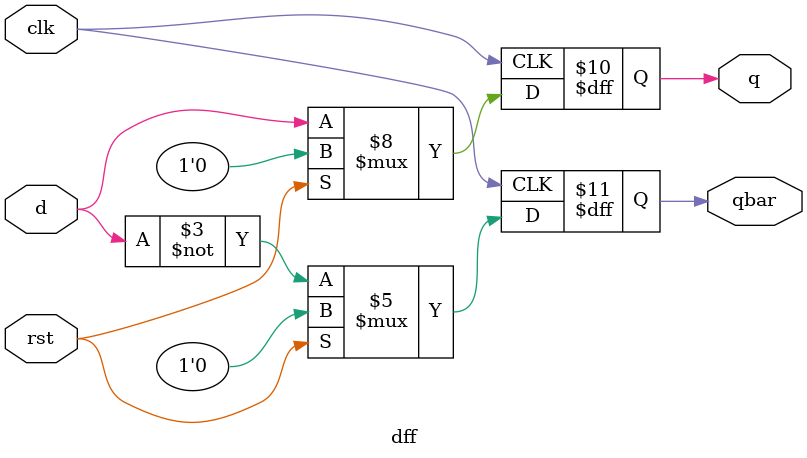
<source format=v>
module dff( clk, d,rst,
			q,qbar);
	input clk,d,rst;
	output reg q,qbar;
always @(posedge clk)
begin
if(!rst)
begin
q=d;
qbar= ~q;
end
else 
begin
q=0;
qbar=0;
end

end

endmodule 

</source>
